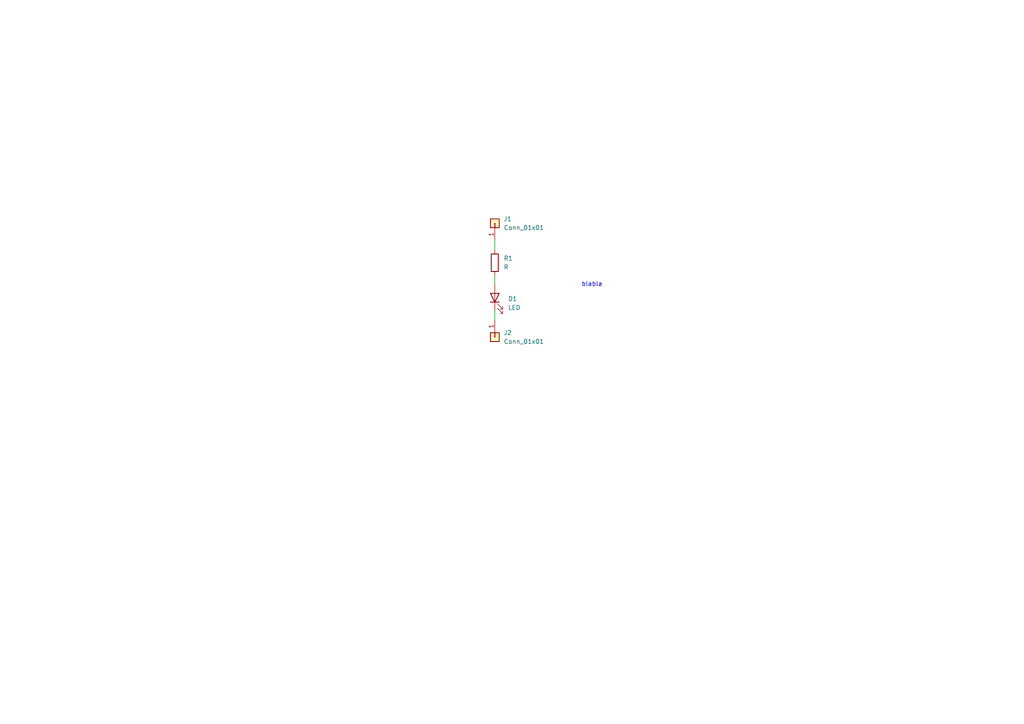
<source format=kicad_sch>
(kicad_sch (version 20231120) (generator "eeschema") (generator_version "8.0")
  (paper "A4")
  (title_block (title "CI-Test") (date "${DATE}") (rev "${VERSION}") (company "Qetesh"))
  (lib_symbols
    (symbol "Connector_Generic:Conn_01x01" (pin_names (offset 1.016) hide)
      (property "Reference" "J" (at 0 2.54 0))
      (property "Value" "Conn_01x01" (at 0 -2.54 0))
      (symbol "Conn_01x01_1_1"
        (rectangle (start -1.27 0.127) (end 0 -0.127) (stroke (width 0.1524)))
        (rectangle (start -1.27 1.27) (end 1.27 -1.27) (stroke (width 0.254)) (fill (type background)))
        (pin passive line (at -5.08 0 0) (length 3.81) (name "Pin_1") (number "1"))
      )
    )
    (symbol "Device:LED" (pin_numbers hide) (pin_names (offset 1.016) hide)
      (property "Reference" "D" (at 0 2.54 0))
      (property "Value" "LED" (at 0 -2.54 0))
      (symbol "LED_0_1"
        (polyline (pts (xy -1.27 -1.27) (xy -1.27 1.27)) (stroke (width 0.254)))
        (polyline (pts (xy -1.27 0) (xy 1.27 0)))
        (polyline (pts (xy 1.27 -1.27) (xy 1.27 1.27) (xy -1.27 0) (xy 1.27 -1.27)) (stroke (width 0.254)))
        (polyline (pts (xy -3.048 -0.762) (xy -4.572 -2.286) (xy -3.81 -2.286) (xy -4.572 -2.286) (xy -4.572 -1.524)))
        (polyline (pts (xy -1.778 -0.762) (xy -3.302 -2.286) (xy -2.54 -2.286) (xy -3.302 -2.286) (xy -3.302 -1.524)))
      )
      (symbol "LED_1_1"
        (pin passive line (at -3.81 0 0) (length 2.54) (name "K") (number "1"))
        (pin passive line (at 3.81 0 180) (length 2.54) (name "A") (number "2"))
      )
    )
    (symbol "Device:R" (pin_numbers hide) (pin_names (offset 0))
      (property "Reference" "R" (at 2.032 0 90))
      (property "Value" "R" (at 0 0 90))
      (symbol "R_0_1"
        (rectangle (start -1.016 -2.54) (end 1.016 2.54) (stroke (width 0.254)))
      )
      (symbol "R_1_1"
        (pin passive line (at 0 3.81 270) (length 1.27) (name "~") (number "1"))
        (pin passive line (at 0 -3.81 90) (length 1.27) (name "~") (number "2"))
      )
    )
  )
  (wire (pts (xy 143.51 80.01) (xy 143.51 82.55)))
  (wire (pts (xy 143.51 90.17) (xy 143.51 92.71)))
  (wire (pts (xy 143.51 69.85) (xy 143.51 72.39)))
  (text "blabla" (at 171.704 82.55 0) (effects (font (size 1.27 1.27))))
  (symbol (lib_id "Connector_Generic:Conn_01x01") (at 143.51 64.77 90) (unit 1)
    (property "Reference" "J1" (at 146.05 63.4999 90) (effects (justify right)))
    (property "Value" "Conn_01x01" (at 146.05 66.0399 90) (effects (justify right)))
    (property "Footprint" "Connector_Wire:SolderWire-0.5sqmm_1x01_D0.9mm_OD2.1mm" (effects (hide yes)))
    (property "Description" "Generic connector, single row, 01x01, script generated (kicad-library-utils/schlib/autogen/connector/)" (effects (hide yes)))
  )
  (symbol (lib_id "Device:R") (at 143.51 76.2 0) (unit 1)
    (property "Reference" "R1" (at 146.05 74.9299 0) (effects (justify left)))
    (property "Value" "R" (at 146.05 77.4699 0) (effects (justify left)))
    (property "Footprint" "Resistor_THT:R_Axial_DIN0207_L6.3mm_D2.5mm_P7.62mm_Horizontal" (effects (hide yes)))
    (property "Description" "Resistor" (effects (hide yes)))
  )
  (symbol (lib_id "Connector_Generic:Conn_01x01") (at 143.51 97.79 270) (unit 1)
    (property "Reference" "J2" (at 146.05 96.5199 90) (effects (justify left)))
    (property "Value" "Conn_01x01" (at 146.05 99.0599 90) (effects (justify left)))
    (property "Footprint" "Connector_Wire:SolderWire-0.5sqmm_1x01_D0.9mm_OD2.1mm" (effects (hide yes)))
    (property "Description" "Generic connector, single row, 01x01, script generated (kicad-library-utils/schlib/autogen/connector/)" (effects (hide yes)))
  )
  (symbol (lib_id "Device:LED") (at 143.51 86.36 90) (unit 1)
    (property "Reference" "D1" (at 147.32 86.6774 90) (effects (justify right)))
    (property "Value" "LED" (at 147.32 89.2174 90) (effects (justify right)))
    (property "Footprint" "LED_THT:LED_D5.0mm" (effects (hide yes)))
    (property "Description" "Light emitting diode" (effects (hide yes)))
  )
)
</source>
